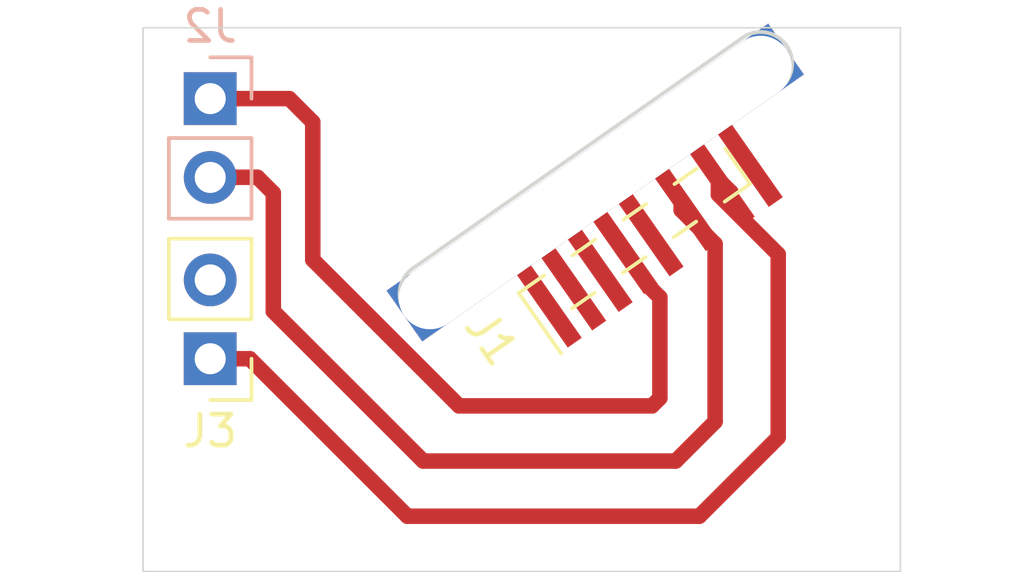
<source format=kicad_pcb>
(kicad_pcb (version 20211014) (generator pcbnew)
  (layers (0 "F.Cu" signal) (31 "B.Cu" signal) (34 "B.Paste" user) (35 "F.Paste" user) (36 "B.SilkS" user "B.Silkscreen") (37 "F.SilkS" user "F.Silkscreen") (38 "B.Mask" user) (39 "F.Mask" user) (44 "Edge.Cuts" user))
  (net 0 "")
  (footprint "footprints:SDCardMicroAdapter" (layer "F.Cu") (at 15.494 7.102 125)
    (fp_text reference "J1" (at 0 -5.06 125) (layer "F.SilkS"))
    (fp_text value "Conn_01x08_Male")
    (fp_line (start -0.695 -3.51) (end -0.695 -3.51) (layer "F.SilkS") (width 0.12))
    (fp_line (start -0.695 -3.51) (end -1.69 -3.51) (layer "F.SilkS") (width 0.12))
    (fp_line (start -0.695 1.61) (end -0.695 2.49) (layer "F.SilkS") (width 0.12))
    (fp_line (start 0.695 4.61) (end 0.695 4.61) (layer "F.SilkS") (width 0.12))
    (fp_line (start -0.695 -3.51) (end 0.695 -3.51) (layer "F.SilkS") (width 0.12))
    (fp_line (start 0.695 2.61) (end 0.695 3.49) (layer "F.SilkS") (width 0.12))
    (fp_line (start -0.695 -0.39) (end -0.695 0.49) (layer "F.SilkS") (width 0.12))
    (fp_line (start 0.695 0.61) (end 0.695 1.49) (layer "F.SilkS") (width 0.12))
    (fp_line (start -0.695 4.61) (end 0.695 4.61) (layer "F.SilkS") (width 0.12))
    (fp_line (start 0.695 -1.39) (end 0.695 -0.51) (layer "F.SilkS") (width 0.12))
    (fp_line (start 0.695 -3.51) (end 0.695 -2.51) (layer "F.SilkS") (width 0.12))
    (fp_line (start -0.695 3.61) (end -0.695 4.61) (layer "F.SilkS") (width 0.12))
    (fp_line (start -0.695 -2.39) (end -0.695 -1.51) (layer "F.SilkS") (width 0.12))
    (fp_line (start 1.27 -5.842) (end 1.27 7.112) (layer "Edge.Cuts") (width 0.12))
    (fp_line (start 3.302 -5.842) (end 3.302 7.112) (layer "Edge.Cuts") (width 0.12))
    (fp_arc (start 1.27 -5.842) (mid 2.286 -6.858) (end 3.302 -5.842) (layer "Edge.Cuts") (width 0.12))
    (fp_arc (start 3.302 7.112) (mid 2.286 8.128) (end 1.27 7.112) (layer "Edge.Cuts") (width 0.12))
    (pad "" np_thru_hole rect (at 2.200001 0.55 215) (size 15 2) (drill oval 15 2) (layers F&B.Cu *.Mask))
    (pad "1" smd rect (at 0 -2.95 125) (size 3.3 0.55) (layers "F.Cu" "F.Paste" "F.Mask"))
    (pad "2" smd rect (at 0 -1.99 125) (size 3.3 0.55) (layers "F.Cu" "F.Paste" "F.Mask"))
    (pad "3" smd rect (at 0 -0.95 125) (size 3.3 0.55) (layers "F.Cu" "F.Paste" "F.Mask"))
    (pad "4" smd rect (at 0 0.05 125) (size 3.3 0.55) (layers "F.Cu" "F.Paste" "F.Mask"))
    (pad "5" smd rect (at 0 1.05 125) (size 3.3 0.55) (layers "F.Cu" "F.Paste" "F.Mask"))
    (pad "6" smd rect (at 0 2.475 125) (size 3.3 0.55) (layers "F.Cu" "F.Paste" "F.Mask"))
    (pad "7" smd rect (at 0 3.85 125) (size 3.3 0.55) (layers "F.Cu" "F.Paste" "F.Mask"))
    (pad "8" smd rect (at 0 4.95 125) (size 3.3 0.55) (layers "F.Cu" "F.Paste" "F.Mask"))
  )
  (footprint "Connector_PinHeader_2.54mm:PinHeader_1x02_P2.54mm_Vertical" (layer "F.Cu") (at 2.286 10.663 180)
    (fp_text reference "J3" (at 0 -2.33 180) (layer "F.SilkS"))
    (fp_text value "Conn_01x02_Male")
    (fp_line (start -1.33 3.87) (end 1.33 3.87) (layer "F.SilkS") (width 0.12))
    (fp_line (start 1.33 1.27) (end 1.33 3.87) (layer "F.SilkS") (width 0.12))
    (fp_line (start -1.33 0) (end -1.33 -1.33) (layer "F.SilkS") (width 0.12))
    (fp_line (start -1.33 -1.33) (end 0 -1.33) (layer "F.SilkS") (width 0.12))
    (fp_line (start -1.33 1.27) (end -1.33 3.87) (layer "F.SilkS") (width 0.12))
    (fp_line (start -1.33 1.27) (end 1.33 1.27) (layer "F.SilkS") (width 0.12))
    (pad "1" thru_hole rect (at 0 0 180) (size 1.7 1.7) (drill 1) (layers *.Cu *.Mask))
    (pad "2" thru_hole oval (at 0 2.54 180) (size 1.7 1.7) (drill 1) (layers *.Cu *.Mask))
  )
  (footprint "Connector_PinHeader_2.54mm:PinHeader_1x02_P2.54mm_Vertical" (layer "B.Cu") (at 2.286 2.281 180)
    (fp_text reference "J2" (at 0 2.33) (layer "B.SilkS") (effects (justify mirror)))
    (fp_text value "Conn_01x02_Male")
    (fp_line (start -1.33 -1.27) (end -1.33 -3.87) (layer "B.SilkS") (width 0.12))
    (fp_line (start -1.33 0) (end -1.33 1.33) (layer "B.SilkS") (width 0.12))
    (fp_line (start 1.33 -1.27) (end 1.33 -3.87) (layer "B.SilkS") (width 0.12))
    (fp_line (start -1.33 -3.87) (end 1.33 -3.87) (layer "B.SilkS") (width 0.12))
    (fp_line (start -1.33 -1.27) (end 1.33 -1.27) (layer "B.SilkS") (width 0.12))
    (fp_line (start -1.33 1.33) (end 0 1.33) (layer "B.SilkS") (width 0.12))
    (pad "1" thru_hole rect (at 0 0 180) (size 1.7 1.7) (drill 1) (layers *.Cu *.Mask))
    (pad "2" thru_hole oval (at 0 -2.54 180) (size 1.7 1.7) (drill 1) (layers *.Cu *.Mask))
  )
  (gr_rect (start 0.1245 -0.005) (end 24.5085 17.521) (layer "Edge.Cuts") (width 0.05) (fill none))
  (segment (start 2.286 2.281) (end 4.831 2.281) (width 0.5) (layer "F.Cu") (net 0))
  (segment (start 18.542 12.69) (end 18.542 6.963822) (width 0.5) (layer "F.Cu") (net 0))
  (segment (start 16.764 11.928) (end 16.764 8.687105) (width 0.5) (layer "F.Cu") (net 0))
  (segment (start 5.588 7.471811) (end 10.298189 12.182) (width 0.5) (layer "F.Cu") (net 0))
  (segment (start 18.647735 4.893731) (end 18.647735 5.373179) (width 0.5) (layer "F.Cu") (net 0))
  (segment (start 18.542 6.963822) (end 17.448215 5.870037) (width 0.5) (layer "F.Cu") (net 0))
  (segment (start 18.647735 5.373179) (end 20.574 7.299444) (width 0.5) (layer "F.Cu") (net 0))
  (segment (start 17.272 13.96) (end 18.542 12.69) (width 0.5) (layer "F.Cu") (net 0))
  (segment (start 2.535 4.821) (end 2.54 4.816) (width 0.5) (layer "F.Cu") (net 0))
  (segment (start 9.144 13.96) (end 17.272 13.96) (width 0.5) (layer "F.Cu") (net 0))
  (segment (start 2.286 4.821) (end 2.535 4.821) (width 0.5) (layer "F.Cu") (net 0))
  (segment (start 18.034 15.738) (end 20.32 13.452) (width 0.5) (layer "F.Cu") (net 0))
  (segment (start 20.574 13.198) (end 20.32 13.452) (width 0.5) (layer "F.Cu") (net 0))
  (segment (start 2.286 10.663) (end 3.561 10.663) (width 0.5) (layer "F.Cu") (net 0))
  (segment (start 16.764 8.687105) (end 16.479448 8.402553) (width 0.5) (layer "F.Cu") (net 0))
  (segment (start 16.51 12.182) (end 16.764 11.928) (width 0.5) (layer "F.Cu") (net 0))
  (segment (start 20.574 7.299444) (end 20.574 13.198) (width 0.5) (layer "F.Cu") (net 0))
  (segment (start 3.81 4.816) (end 4.318 5.324) (width 0.5) (layer "F.Cu") (net 0))
  (segment (start 4.318 9.134) (end 9.144 13.96) (width 0.5) (layer "F.Cu") (net 0))
  (segment (start 2.54 4.816) (end 3.81 4.816) (width 0.5) (layer "F.Cu") (net 0))
  (segment (start 19.05 5.295996) (end 18.647735 4.893731) (width 0.5) (layer "F.Cu") (net 0))
  (segment (start 17.448215 5.870037) (end 17.448215 5.682398) (width 0.5) (layer "F.Cu") (net 0))
  (segment (start 4.318 5.324) (end 4.318 9.134) (width 0.5) (layer "F.Cu") (net 0))
  (segment (start 4.831 2.281) (end 5.588 3.038) (width 0.5) (layer "F.Cu") (net 0))
  (segment (start 5.588 3.038) (end 5.588 7.471811) (width 0.5) (layer "F.Cu") (net 0))
  (segment (start 10.298189 12.182) (end 16.51 12.182) (width 0.5) (layer "F.Cu") (net 0))
  (segment (start 19.05 5.324) (end 19.05 5.295996) (width 0.5) (layer "F.Cu") (net 0))
  (segment (start 8.636 15.738) (end 18.034 15.738) (width 0.5) (layer "F.Cu") (net 0))
  (segment (start 3.561 10.663) (end 8.636 15.738) (width 0.5) (layer "F.Cu") (net 0))
)
</source>
